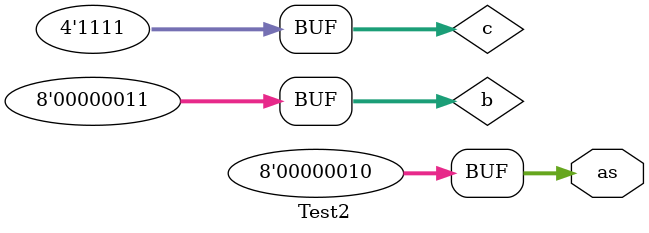
<source format=v>

module t (/*AUTOARG*/
   // Inputs
   clk
   );
   input clk;

   wire [7:0] au;
   wire [7:0] as;

   Test1 test1 (.au);
   Test2 test2 (.as);

   // Test loop
   always @ (posedge clk) begin
`ifdef TEST_VERBOSE
      $write("[%0t] result=%x %x\n",$time, au, as);
`endif
      if (au != 'h12) $stop;
      if (as != 'h02) $stop;
      $write("*-* All Finished *-*\n");
      $finish;
   end

endmodule

module Test1 (output [7:0] au);
   wire [7:0] 		b;
   wire signed [3:0] 	c;

   // verilator lint_off WIDTH
   assign c=-1;  // 'hf
   assign b=3;   // 'h3
   assign au=b+c; // 'h12
   // verilator lint_on WIDTH
endmodule


module Test2 (output [7:0] as);
   wire signed [7:0] 	b;
   wire signed [3:0] 	c;

   // verilator lint_off WIDTH
   assign c=-1;  // 'hf
   assign b=3;   // 'h3
   assign as=b+c; // 'h12
   // verilator lint_on WIDTH
endmodule

</source>
